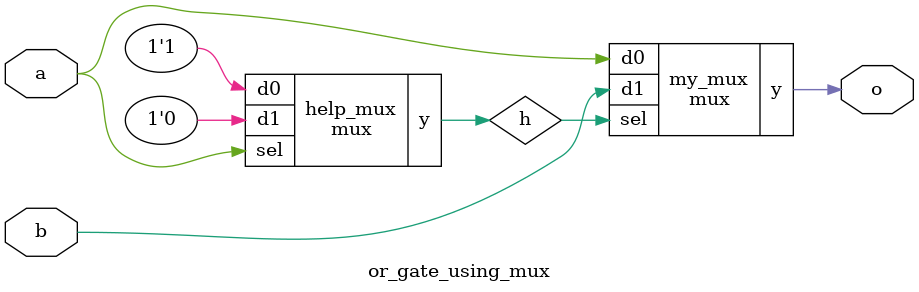
<source format=sv>

module mux
(
  input  d0, d1,
  input  sel,
  output y
);

  assign y = sel ? d1 : d0;

endmodule

//----------------------------------------------------------------------------
// Task
//----------------------------------------------------------------------------

module or_gate_using_mux
(
    input  a,
    input  b,
    output o
);

  // Task:

  // Implement or gate using instance(s) of mux,
  // constants 0 and 1, and wire connections
  logic h;
  mux help_mux(1'b1,1'b0,a,h);
  mux my_mux(a,b,h,o);


endmodule

</source>
